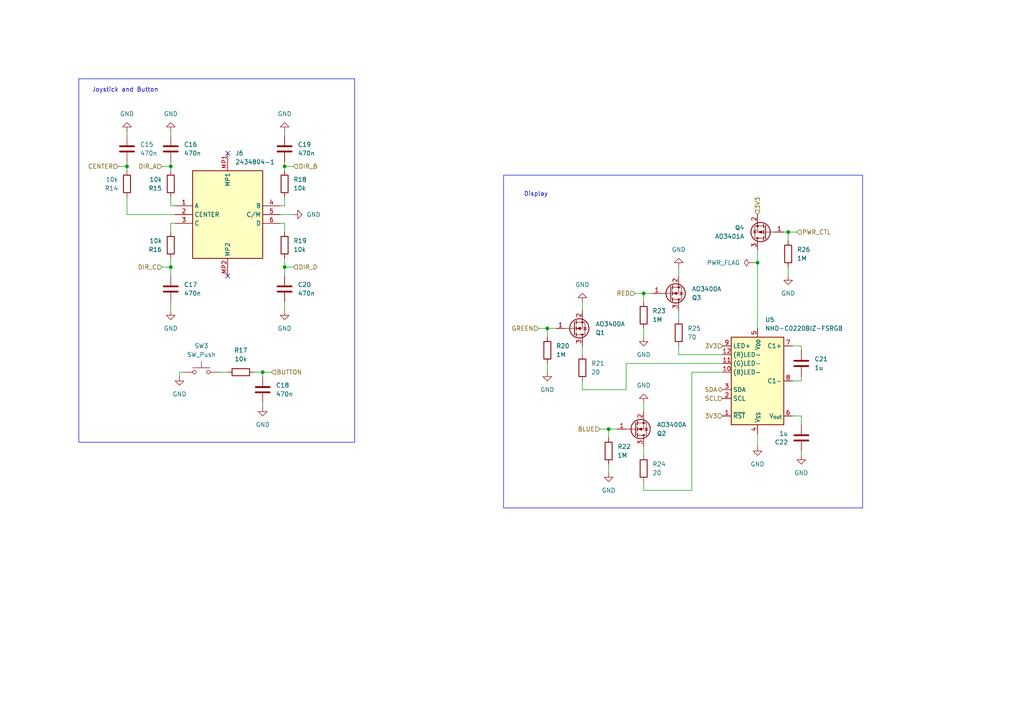
<source format=kicad_sch>
(kicad_sch (version 20250114) (generator "eeschema") (generator_version "9.0")
  (paper "A4")
  (lib_symbols
    (symbol "Device:C" (pin_numbers (hide yes)) (pin_names (offset 0.254))
      (property "Reference" "C" (at 0.635 2.54 0))
      (property "Value" "C" (at 0.635 -2.54 0))
      (symbol "C_0_1"
        (polyline (pts (xy -2.032 0.762) (xy 2.032 0.762)) (stroke (width 0.508)))
        (polyline (pts (xy -2.032 -0.762) (xy 2.032 -0.762)) (stroke (width 0.508)))
      )
      (symbol "C_1_1"
        (pin passive line (at 0 3.81 270) (length 2.794) (name "~") (number "1"))
        (pin passive line (at 0 -3.81 90) (length 2.794) (name "~") (number "2"))
      )
    )
    (symbol "Device:R" (pin_numbers (hide yes)) (pin_names (offset 0))
      (property "Reference" "R" (at 2.032 0 90))
      (property "Value" "R" (at 0 0 90))
      (symbol "R_0_1"
        (rectangle (start -1.016 -2.54) (end 1.016 2.54) (stroke (width 0.254)))
      )
      (symbol "R_1_1"
        (pin passive line (at 0 3.81 270) (length 1.27) (name "~") (number "1"))
        (pin passive line (at 0 -3.81 90) (length 1.27) (name "~") (number "2"))
      )
    )
    (symbol "Display_Character:NHD-C0220BIZ-FSRGB"
      (property "Reference" "U" (at -7.62 13.335 0))
      (property "Value" "NHD-C0220BIZ-FSRGB" (at 2.54 -13.97 0))
      (symbol "NHD-C0220BIZ-FSRGB_0_1"
        (rectangle (start -7.62 12.7) (end 7.62 -12.7) (stroke (width 0.254)) (fill (type background)))
      )
      (symbol "NHD-C0220BIZ-FSRGB_1_1"
        (pin passive line (at -10.16 10.16 0) (length 2.54) (name "LED+") (number "9"))
        (pin passive line (at -10.16 7.62 0) (length 2.54) (name "(R)LED-") (number "12"))
        (pin passive line (at -10.16 5.08 0) (length 2.54) (name "(G)LED-") (number "11"))
        (pin passive line (at -10.16 2.54 0) (length 2.54) (name "(B)LED-") (number "10"))
        (pin bidirectional line (at -10.16 -2.54 0) (length 2.54) (name "SDA") (number "3"))
        (pin input line (at -10.16 -5.08 0) (length 2.54) (name "SCL") (number "2"))
        (pin input line (at -10.16 -10.16 0) (length 2.54) (name "~{RST}") (number "1"))
        (pin power_in line (at 0 15.24 270) (length 2.54) (name "V_{DD}") (number "5"))
        (pin power_in line (at 0 -15.24 90) (length 2.54) (name "V_{SS}") (number "4"))
        (pin passive line (at 10.16 10.16 180) (length 2.54) (name "C1+") (number "7"))
        (pin passive line (at 10.16 0 180) (length 2.54) (name "C1-") (number "8"))
        (pin passive line (at 10.16 -10.16 180) (length 2.54) (name "V_{out}") (number "6"))
      )
    )
    (symbol "Project_Symbols:2434804-1"
      (property "Reference" "J" (at 26.67 15.24 0))
      (property "Value" "2434804-1" (at 26.67 12.7 0))
      (symbol "2434804-1_1_1"
        (rectangle (start 5.08 10.16) (end 25.4 -15.24) (stroke (width 0.254)) (fill (type background)))
        (pin passive line (at 0 0 0) (length 5.08) (name "A") (number "1"))
        (pin passive line (at 0 -2.54 0) (length 5.08) (name "CENTER") (number "2"))
        (pin passive line (at 0 -5.08 0) (length 5.08) (name "C") (number "3"))
        (pin passive line (at 15.24 15.24 270) (length 5.08) (name "MP1") (number "MP1"))
        (pin passive line (at 15.24 -20.32 90) (length 5.08) (name "MP2") (number "MP2"))
        (pin passive line (at 30.48 0 180) (length 5.08) (name "B") (number "4"))
        (pin passive line (at 30.48 -2.54 180) (length 5.08) (name "C/M") (number "5"))
        (pin passive line (at 30.48 -5.08 180) (length 5.08) (name "D") (number "6"))
      )
    )
    (symbol "Switch:SW_Push" (pin_numbers (hide yes)) (pin_names (offset 1.016) (hide yes))
      (property "Reference" "SW" (at 1.27 2.54 0))
      (property "Value" "SW_Push" (at 0 -1.524 0))
      (symbol "SW_Push_0_1"
        (circle (center -2.032 0) (radius 0.508))
        (polyline (pts (xy 0 1.27) (xy 0 3.048)))
        (circle (center 2.032 0) (radius 0.508))
        (polyline (pts (xy 2.54 1.27) (xy -2.54 1.27)))
        (pin passive line (at -5.08 0 0) (length 2.54) (name "1") (number "1"))
        (pin passive line (at 5.08 0 180) (length 2.54) (name "2") (number "2"))
      )
    )
    (symbol "Transistor_FET:AO3400A" (pin_names (hide yes))
      (property "Reference" "Q" (at 5.08 1.905 0))
      (property "Value" "AO3400A" (at 5.08 0 0))
      (symbol "AO3400A_0_1"
        (polyline (pts (xy 0.254 1.905) (xy 0.254 -1.905)) (stroke (width 0.254)))
        (polyline (pts (xy 0.254 0) (xy -2.54 0)))
        (polyline (pts (xy 0.762 2.286) (xy 0.762 1.27)) (stroke (width 0.254)))
        (polyline (pts (xy 0.762 0.508) (xy 0.762 -0.508)) (stroke (width 0.254)))
        (polyline (pts (xy 0.762 -1.27) (xy 0.762 -2.286)) (stroke (width 0.254)))
        (polyline (pts (xy 0.762 -1.778) (xy 3.302 -1.778) (xy 3.302 1.778) (xy 0.762 1.778)))
        (polyline (pts (xy 1.016 0) (xy 2.032 0.381) (xy 2.032 -0.381) (xy 1.016 0)) (fill (type outline)))
        (circle (center 1.651 0) (radius 2.794) (stroke (width 0.254)))
        (polyline (pts (xy 2.54 2.54) (xy 2.54 1.778)))
        (circle (center 2.54 1.778) (radius 0.254) (fill (type outline)))
        (circle (center 2.54 -1.778) (radius 0.254) (fill (type outline)))
        (polyline (pts (xy 2.54 -2.54) (xy 2.54 0) (xy 0.762 0)))
        (polyline (pts (xy 2.794 0.508) (xy 2.921 0.381) (xy 3.683 0.381) (xy 3.81 0.254)))
        (polyline (pts (xy 3.302 0.381) (xy 2.921 -0.254) (xy 3.683 -0.254) (xy 3.302 0.381)))
      )
      (symbol "AO3400A_1_1"
        (pin input line (at -5.08 0 0) (length 2.54) (name "G") (number "1"))
        (pin passive line (at 2.54 5.08 270) (length 2.54) (name "D") (number "3"))
        (pin passive line (at 2.54 -5.08 90) (length 2.54) (name "S") (number "2"))
      )
    )
    (symbol "Transistor_FET:AO3401A" (pin_names (hide yes))
      (property "Reference" "Q" (at 5.08 1.905 0))
      (property "Value" "AO3401A" (at 5.08 0 0))
      (symbol "AO3401A_0_1"
        (polyline (pts (xy 0.254 1.905) (xy 0.254 -1.905)) (stroke (width 0.254)))
        (polyline (pts (xy 0.254 0) (xy -2.54 0)))
        (polyline (pts (xy 0.762 2.286) (xy 0.762 1.27)) (stroke (width 0.254)))
        (polyline (pts (xy 0.762 1.778) (xy 3.302 1.778) (xy 3.302 -1.778) (xy 0.762 -1.778)))
        (polyline (pts (xy 0.762 0.508) (xy 0.762 -0.508)) (stroke (width 0.254)))
        (polyline (pts (xy 0.762 -1.27) (xy 0.762 -2.286)) (stroke (width 0.254)))
        (circle (center 1.651 0) (radius 2.794) (stroke (width 0.254)))
        (polyline (pts (xy 2.286 0) (xy 1.27 0.381) (xy 1.27 -0.381) (xy 2.286 0)) (fill (type outline)))
        (polyline (pts (xy 2.54 2.54) (xy 2.54 1.778)))
        (circle (center 2.54 1.778) (radius 0.254) (fill (type outline)))
        (circle (center 2.54 -1.778) (radius 0.254) (fill (type outline)))
        (polyline (pts (xy 2.54 -2.54) (xy 2.54 0) (xy 0.762 0)))
        (polyline (pts (xy 2.794 -0.508) (xy 2.921 -0.381) (xy 3.683 -0.381) (xy 3.81 -0.254)))
        (polyline (pts (xy 3.302 -0.381) (xy 2.921 0.254) (xy 3.683 0.254) (xy 3.302 -0.381)))
      )
      (symbol "AO3401A_1_1"
        (pin input line (at -5.08 0 0) (length 2.54) (name "G") (number "1"))
        (pin passive line (at 2.54 5.08 270) (length 2.54) (name "D") (number "3"))
        (pin passive line (at 2.54 -5.08 90) (length 2.54) (name "S") (number "2"))
      )
    )
    (symbol "power:GND" (power) (pin_numbers (hide yes)) (pin_names (offset 0) (hide yes))
      (property "Value" "GND" (at 0 -3.81 0))
      (symbol "GND_0_1"
        (polyline (pts (xy 0 0) (xy 0 -1.27) (xy 1.27 -1.27) (xy 0 -2.54) (xy -1.27 -1.27) (xy 0 -1.27)))
      )
      (symbol "GND_1_1"
        (pin power_in line (at 0 0 270) (length 0) (name "~") (number "1"))
      )
    )
    (symbol "power:PWR_FLAG" (power) (pin_numbers (hide yes)) (pin_names (offset 0) (hide yes))
      (property "Value" "PWR_FLAG" (at 0 3.81 0))
      (symbol "PWR_FLAG_0_0"
        (pin power_out line (at 0 0 90) (length 0) (name "~") (number "1"))
      )
      (symbol "PWR_FLAG_0_1"
        (polyline (pts (xy 0 0) (xy 0 1.27) (xy -1.016 1.905) (xy 0 2.54) (xy 1.016 1.905) (xy 0 1.27)))
      )
    )
  )
  (rectangle (start 146.05 50.8) (end 250.19 147.32))
  (rectangle (start 22.86 22.86) (end 102.87 128.27))
  (text "Display" (at 155.448 56.388 0) (effects (font (size 1.27 1.27))))
  (text "Joystick and Button" (at 36.322 26.162 0) (effects (font (size 1.27 1.27))))
  (junction (at 228.6 67.31))
  (junction (at 176.53 124.46))
  (junction (at 49.53 77.47))
  (junction (at 49.53 48.26))
  (junction (at 219.71 76.2))
  (junction (at 158.75 95.25))
  (junction (at 82.55 48.26))
  (junction (at 82.55 77.47))
  (junction (at 76.2 107.95))
  (junction (at 186.69 85.09))
  (junction (at 36.83 48.26))
  (no_connect (at 66.04 44.45))
  (no_connect (at 66.04 80.01))
  (wire (pts (xy 181.61 113.03) (xy 168.91 113.03)))
  (wire (pts (xy 196.85 102.87) (xy 209.55 102.87)))
  (wire (pts (xy 218.44 76.2) (xy 219.71 76.2)))
  (wire (pts (xy 49.53 59.69) (xy 50.8 59.69)))
  (wire (pts (xy 76.2 109.22) (xy 76.2 107.95)))
  (wire (pts (xy 82.55 48.26) (xy 85.09 48.26)))
  (wire (pts (xy 173.99 124.46) (xy 176.53 124.46)))
  (wire (pts (xy 82.55 64.77) (xy 82.55 67.31)))
  (wire (pts (xy 219.71 72.39) (xy 219.71 76.2)))
  (wire (pts (xy 196.85 100.33) (xy 196.85 102.87)))
  (wire (pts (xy 156.21 95.25) (xy 158.75 95.25)))
  (wire (pts (xy 229.87 120.65) (xy 232.41 120.65)))
  (wire (pts (xy 49.53 74.93) (xy 49.53 77.47)))
  (wire (pts (xy 36.83 48.26) (xy 36.83 49.53)))
  (wire (pts (xy 49.53 46.99) (xy 49.53 48.26)))
  (wire (pts (xy 232.41 110.49) (xy 232.41 109.22)))
  (wire (pts (xy 49.53 87.63) (xy 49.53 90.17)))
  (wire (pts (xy 53.34 107.95) (xy 52.07 107.95)))
  (wire (pts (xy 82.55 38.1) (xy 82.55 39.37)))
  (wire (pts (xy 36.83 62.23) (xy 36.83 57.15)))
  (wire (pts (xy 82.55 77.47) (xy 85.09 77.47)))
  (wire (pts (xy 232.41 100.33) (xy 232.41 101.6)))
  (wire (pts (xy 209.55 107.95) (xy 200.66 107.95)))
  (wire (pts (xy 76.2 107.95) (xy 78.74 107.95)))
  (wire (pts (xy 196.85 90.17) (xy 196.85 92.71)))
  (wire (pts (xy 186.69 129.54) (xy 186.69 132.08)))
  (wire (pts (xy 200.66 107.95) (xy 200.66 142.24)))
  (wire (pts (xy 81.28 62.23) (xy 85.09 62.23)))
  (wire (pts (xy 229.87 110.49) (xy 232.41 110.49)))
  (wire (pts (xy 158.75 95.25) (xy 161.29 95.25)))
  (wire (pts (xy 81.28 64.77) (xy 82.55 64.77)))
  (wire (pts (xy 52.07 107.95) (xy 52.07 109.22)))
  (wire (pts (xy 82.55 59.69) (xy 82.55 57.15)))
  (wire (pts (xy 82.55 48.26) (xy 82.55 49.53)))
  (wire (pts (xy 228.6 67.31) (xy 231.14 67.31)))
  (wire (pts (xy 168.91 87.63) (xy 168.91 90.17)))
  (wire (pts (xy 82.55 46.99) (xy 82.55 48.26)))
  (wire (pts (xy 49.53 67.31) (xy 49.53 64.77)))
  (wire (pts (xy 219.71 125.73) (xy 219.71 129.54)))
  (wire (pts (xy 184.15 85.09) (xy 186.69 85.09)))
  (wire (pts (xy 36.83 46.99) (xy 36.83 48.26)))
  (wire (pts (xy 76.2 116.84) (xy 76.2 118.11)))
  (wire (pts (xy 49.53 77.47) (xy 49.53 80.01)))
  (wire (pts (xy 34.29 48.26) (xy 36.83 48.26)))
  (wire (pts (xy 227.33 67.31) (xy 228.6 67.31)))
  (wire (pts (xy 200.66 142.24) (xy 186.69 142.24)))
  (wire (pts (xy 229.87 100.33) (xy 232.41 100.33)))
  (wire (pts (xy 46.99 77.47) (xy 49.53 77.47)))
  (wire (pts (xy 49.53 38.1) (xy 49.53 39.37)))
  (wire (pts (xy 228.6 80.01) (xy 228.6 77.47)))
  (wire (pts (xy 158.75 95.25) (xy 158.75 97.79)))
  (wire (pts (xy 82.55 77.47) (xy 82.55 80.01)))
  (wire (pts (xy 82.55 59.69) (xy 81.28 59.69)))
  (wire (pts (xy 196.85 77.47) (xy 196.85 80.01)))
  (wire (pts (xy 82.55 87.63) (xy 82.55 90.17)))
  (wire (pts (xy 168.91 100.33) (xy 168.91 102.87)))
  (wire (pts (xy 49.53 48.26) (xy 49.53 49.53)))
  (wire (pts (xy 186.69 85.09) (xy 186.69 87.63)))
  (wire (pts (xy 219.71 76.2) (xy 219.71 95.25)))
  (wire (pts (xy 82.55 74.93) (xy 82.55 77.47)))
  (wire (pts (xy 46.99 48.26) (xy 49.53 48.26)))
  (wire (pts (xy 232.41 130.81) (xy 232.41 132.08)))
  (wire (pts (xy 186.69 116.84) (xy 186.69 119.38)))
  (wire (pts (xy 176.53 124.46) (xy 179.07 124.46)))
  (wire (pts (xy 228.6 67.31) (xy 228.6 69.85)))
  (wire (pts (xy 73.66 107.95) (xy 76.2 107.95)))
  (wire (pts (xy 186.69 85.09) (xy 189.23 85.09)))
  (wire (pts (xy 176.53 134.62) (xy 176.53 137.16)))
  (wire (pts (xy 186.69 139.7) (xy 186.69 142.24)))
  (wire (pts (xy 63.5 107.95) (xy 66.04 107.95)))
  (wire (pts (xy 49.53 64.77) (xy 50.8 64.77)))
  (wire (pts (xy 158.75 105.41) (xy 158.75 107.95)))
  (wire (pts (xy 36.83 38.1) (xy 36.83 39.37)))
  (wire (pts (xy 49.53 59.69) (xy 49.53 57.15)))
  (wire (pts (xy 181.61 105.41) (xy 181.61 113.03)))
  (wire (pts (xy 209.55 105.41) (xy 181.61 105.41)))
  (wire (pts (xy 168.91 110.49) (xy 168.91 113.03)))
  (wire (pts (xy 176.53 124.46) (xy 176.53 127)))
  (wire (pts (xy 232.41 120.65) (xy 232.41 123.19)))
  (wire (pts (xy 186.69 95.25) (xy 186.69 97.79)))
  (wire (pts (xy 50.8 62.23) (xy 36.83 62.23)))
  (hierarchical_label "BUTTON" (shape input) (at 78.74 107.95 0))
  (hierarchical_label "DIR_B" (shape input) (at 85.09 48.26 0))
  (hierarchical_label "DIR_C" (shape input) (at 46.99 77.47 180))
  (hierarchical_label "3V3" (shape input) (at 209.55 100.33 180))
  (hierarchical_label "DIR_D" (shape input) (at 85.09 77.47 0))
  (hierarchical_label "RED" (shape input) (at 184.15 85.09 180))
  (hierarchical_label "BLUE" (shape input) (at 173.99 124.46 180))
  (hierarchical_label "SCL" (shape input) (at 209.55 115.57 180))
  (hierarchical_label "PWR_CTL" (shape input) (at 231.14 67.31 0))
  (hierarchical_label "CENTER" (shape input) (at 34.29 48.26 180))
  (hierarchical_label "GREEN" (shape input) (at 156.21 95.25 180))
  (hierarchical_label "3V3" (shape input) (at 209.55 120.65 180))
  (hierarchical_label "SDA" (shape bidirectional) (at 209.55 113.03 180))
  (hierarchical_label "DIR_A" (shape input) (at 46.99 48.26 180))
  (hierarchical_label "3V3" (shape input) (at 219.71 62.23 90))
  (symbol (lib_id "Device:R") (at 186.69 91.44 0) (unit 1)
    (property "Reference" "R23" (at 189.23 90.1699 0) (effects (justify left)))
    (property "Value" "1M" (at 189.23 92.7099 0) (effects (justify left)))
    (property "Footprint" "Resistor_SMD:R_0402_1005Metric" (effects (hide yes)))
    (property "Description" "Resistor" (effects (hide yes)))
    (property "JLCPCB" "C26083" (effects (hide yes)))
  )
  (symbol (lib_id "power:GND") (at 82.55 90.17 0) (unit 1)
    (property "Reference" "#PWR35" (effects (hide yes)))
    (property "Value" "GND" (at 82.55 95.25 0))
    (property "Description" "Power symbol creates a global label with name \"GND\" , ground" (effects (hide yes)))
  )
  (symbol (lib_id "Device:C") (at 232.41 105.41 0) (unit 1)
    (property "Reference" "C21" (at 236.22 104.1399 0) (effects (justify left)))
    (property "Value" "1u" (at 236.22 106.6799 0) (effects (justify left)))
    (property "Footprint" "Capacitor_SMD:C_0402_1005Metric" (effects (hide yes)))
    (property "Description" "Unpolarized capacitor" (effects (hide yes)))
    (property "JLCPCB" "C52923" (effects (hide yes)))
  )
  (symbol (lib_id "power:GND") (at 176.53 137.16 0) (unit 1)
    (property "Reference" "#PWR39" (effects (hide yes)))
    (property "Value" "GND" (at 176.53 142.24 0))
    (property "Description" "Power symbol creates a global label with name \"GND\" , ground" (effects (hide yes)))
  )
  (symbol (lib_id "power:GND") (at 232.41 132.08 0) (unit 1)
    (property "Reference" "#PWR45" (effects (hide yes)))
    (property "Value" "GND" (at 232.41 137.16 0))
    (property "Description" "Power symbol creates a global label with name \"GND\" , ground" (effects (hide yes)))
  )
  (symbol (lib_id "Device:C") (at 49.53 43.18 180) (unit 1)
    (property "Reference" "C16" (at 53.34 41.9099 0) (effects (justify right)))
    (property "Value" "470n" (at 53.34 44.4499 0) (effects (justify right)))
    (property "Footprint" "Capacitor_SMD:C_0402_1005Metric" (effects (hide yes)))
    (property "Description" "Unpolarized capacitor" (effects (hide yes)))
    (property "JLCPCB" "C47339" (effects (hide yes)))
  )
  (symbol (lib_id "Display_Character:NHD-C0220BIZ-FSRGB") (at 219.71 110.49 0) (unit 1)
    (property "Reference" "U5" (at 221.9041 92.71 0) (effects (justify left)))
    (property "Value" "NHD-C0220BIZ-FSRGB" (at 221.9041 95.25 0) (effects (justify left)))
    (property "Footprint" "Project_Footprints:NHD-C0220BiZ-FSRGB_no_mount" (effects (hide yes)))
    (property "Datasheet" "https://newhavendisplay.com/content/specs/NHD-C0220BiZ-FSRGB-FBW-3VM.pdf" (effects (hide yes)))
    (property "Description" "2x20 character LCD module with common anode RGB backlight, I2C, 3.3V" (effects (hide yes)))
  )
  (symbol (lib_id "Transistor_FET:AO3400A") (at 166.37 95.25 0) (mirror x) (unit 1)
    (property "Reference" "Q1" (at 172.72 96.5201 0) (effects (justify left)))
    (property "Value" "AO3400A" (at 172.72 93.9801 0) (effects (justify left)))
    (property "Footprint" "Package_TO_SOT_SMD:SOT-23" (effects (hide yes)))
    (property "Datasheet" "http://www.aosmd.com/pdfs/datasheet/AO3400A.pdf" (effects (hide yes)))
    (property "Description" "30V Vds, 5.7A Id, N-Channel MOSFET, SOT-23" (effects (hide yes)))
    (property "JLCPCB" "C22469448" (effects (hide yes)))
  )
  (symbol (lib_id "Device:R") (at 36.83 53.34 0) (unit 1)
    (property "Reference" "R14" (at 34.29 54.6101 0) (effects (justify right)))
    (property "Value" "10k" (at 34.29 52.0701 0) (effects (justify right)))
    (property "Footprint" "Resistor_SMD:R_0402_1005Metric" (effects (hide yes)))
    (property "Description" "Resistor" (effects (hide yes)))
    (property "JLCPCB" "C25744" (effects (hide yes)))
  )
  (symbol (lib_id "power:GND") (at 196.85 77.47 180) (unit 1)
    (property "Reference" "#PWR42" (effects (hide yes)))
    (property "Value" "GND" (at 196.85 72.39 0))
    (property "Description" "Power symbol creates a global label with name \"GND\" , ground" (effects (hide yes)))
  )
  (symbol (lib_id "Device:R") (at 168.91 106.68 0) (unit 1)
    (property "Reference" "R21" (at 171.45 105.4099 0) (effects (justify left)))
    (property "Value" "20" (at 171.45 107.9499 0) (effects (justify left)))
    (property "Footprint" "Resistor_SMD:R_0402_1005Metric" (effects (hide yes)))
    (property "Description" "Resistor" (effects (hide yes)))
    (property "JLCPCB" "C25092" (effects (hide yes)))
  )
  (symbol (lib_id "Device:R") (at 186.69 135.89 0) (unit 1)
    (property "Reference" "R24" (at 189.23 134.6199 0) (effects (justify left)))
    (property "Value" "20" (at 189.23 137.1599 0) (effects (justify left)))
    (property "Footprint" "Resistor_SMD:R_0402_1005Metric" (effects (hide yes)))
    (property "Description" "Resistor" (effects (hide yes)))
    (property "JLCPCB" "C25092" (effects (hide yes)))
  )
  (symbol (lib_id "Device:R") (at 176.53 130.81 0) (unit 1)
    (property "Reference" "R22" (at 179.07 129.5399 0) (effects (justify left)))
    (property "Value" "1M" (at 179.07 132.0799 0) (effects (justify left)))
    (property "Footprint" "Resistor_SMD:R_0402_1005Metric" (effects (hide yes)))
    (property "Description" "Resistor" (effects (hide yes)))
    (property "JLCPCB" "C26083" (effects (hide yes)))
  )
  (symbol (lib_id "power:GND") (at 52.07 109.22 0) (unit 1)
    (property "Reference" "#PWR32" (effects (hide yes)))
    (property "Value" "GND" (at 52.07 114.3 0))
    (property "Description" "Power symbol creates a global label with name \"GND\" , ground" (effects (hide yes)))
  )
  (symbol (lib_id "Device:R") (at 158.75 101.6 0) (unit 1)
    (property "Reference" "R20" (at 161.29 100.3299 0) (effects (justify left)))
    (property "Value" "1M" (at 161.29 102.8699 0) (effects (justify left)))
    (property "Footprint" "Resistor_SMD:R_0402_1005Metric" (effects (hide yes)))
    (property "Description" "Resistor" (effects (hide yes)))
    (property "JLCPCB" "C26083" (effects (hide yes)))
  )
  (symbol (lib_id "Device:R") (at 49.53 53.34 0) (unit 1)
    (property "Reference" "R15" (at 46.99 54.6101 0) (effects (justify right)))
    (property "Value" "10k" (at 46.99 52.0701 0) (effects (justify right)))
    (property "Footprint" "Resistor_SMD:R_0402_1005Metric" (effects (hide yes)))
    (property "Description" "Resistor" (effects (hide yes)))
    (property "JLCPCB" "C25744" (effects (hide yes)))
  )
  (symbol (lib_id "power:GND") (at 82.55 38.1 180) (unit 1)
    (property "Reference" "#PWR34" (effects (hide yes)))
    (property "Value" "GND" (at 82.55 33.02 0))
    (property "Description" "Power symbol creates a global label with name \"GND\" , ground" (effects (hide yes)))
  )
  (symbol (lib_id "power:GND") (at 158.75 107.95 0) (unit 1)
    (property "Reference" "#PWR37" (effects (hide yes)))
    (property "Value" "GND" (at 158.75 113.03 0))
    (property "Description" "Power symbol creates a global label with name \"GND\" , ground" (effects (hide yes)))
  )
  (symbol (lib_id "Device:C") (at 82.55 43.18 180) (unit 1)
    (property "Reference" "C19" (at 86.36 41.9099 0) (effects (justify right)))
    (property "Value" "470n" (at 86.36 44.4499 0) (effects (justify right)))
    (property "Footprint" "Capacitor_SMD:C_0402_1005Metric" (effects (hide yes)))
    (property "Description" "Unpolarized capacitor" (effects (hide yes)))
    (property "JLCPCB" "C47339" (effects (hide yes)))
  )
  (symbol (lib_id "Device:R") (at 196.85 96.52 0) (unit 1)
    (property "Reference" "R25" (at 199.39 95.2499 0) (effects (justify left)))
    (property "Value" "70" (at 199.39 97.7899 0) (effects (justify left)))
    (property "Footprint" "Resistor_SMD:R_0402_1005Metric" (effects (hide yes)))
    (property "Description" "Resistor" (effects (hide yes)))
    (property "JLCPCB" "C25133" (effects (hide yes)))
  )
  (symbol (lib_id "power:GND") (at 186.69 116.84 180) (unit 1)
    (property "Reference" "#PWR41" (effects (hide yes)))
    (property "Value" "GND" (at 186.69 111.76 0))
    (property "Description" "Power symbol creates a global label with name \"GND\" , ground" (effects (hide yes)))
  )
  (symbol (lib_id "power:GND") (at 228.6 80.01 0) (unit 1)
    (property "Reference" "#PWR44" (effects (hide yes)))
    (property "Value" "GND" (at 228.6 85.09 0))
    (property "Description" "Power symbol creates a global label with name \"GND\" , ground" (effects (hide yes)))
  )
  (symbol (lib_id "Transistor_FET:AO3400A") (at 194.31 85.09 0) (mirror x) (unit 1)
    (property "Reference" "Q3" (at 200.66 86.3601 0) (effects (justify left)))
    (property "Value" "AO3400A" (at 200.66 83.8201 0) (effects (justify left)))
    (property "Footprint" "Package_TO_SOT_SMD:SOT-23" (effects (hide yes)))
    (property "Datasheet" "http://www.aosmd.com/pdfs/datasheet/AO3400A.pdf" (effects (hide yes)))
    (property "Description" "30V Vds, 5.7A Id, N-Channel MOSFET, SOT-23" (effects (hide yes)))
    (property "JLCPCB" "C22469448" (effects (hide yes)))
  )
  (symbol (lib_id "power:GND") (at 85.09 62.23 90) (unit 1)
    (property "Reference" "#PWR36" (effects (hide yes)))
    (property "Value" "GND" (at 88.9 62.2299 90) (effects (justify right)))
    (property "Description" "Power symbol creates a global label with name \"GND\" , ground" (effects (hide yes)))
  )
  (symbol (lib_id "power:GND") (at 186.69 97.79 0) (unit 1)
    (property "Reference" "#PWR40" (effects (hide yes)))
    (property "Value" "GND" (at 186.69 102.87 0))
    (property "Description" "Power symbol creates a global label with name \"GND\" , ground" (effects (hide yes)))
  )
  (symbol (lib_id "power:GND") (at 36.83 38.1 180) (unit 1)
    (property "Reference" "#PWR29" (effects (hide yes)))
    (property "Value" "GND" (at 36.83 33.02 0))
    (property "Description" "Power symbol creates a global label with name \"GND\" , ground" (effects (hide yes)))
  )
  (symbol (lib_id "Switch:SW_Push") (at 58.42 107.95 0) (mirror y) (unit 1)
    (property "Reference" "SW3" (at 58.42 100.33 0))
    (property "Value" "SW_Push" (at 58.42 102.87 0))
    (property "Footprint" "Button_Switch_SMD:SW_SPST_PTS810" (effects (hide yes)))
    (property "Description" "Push button switch, generic, two pins" (effects (hide yes)))
  )
  (symbol (lib_id "Device:R") (at 228.6 73.66 180) (unit 1)
    (property "Reference" "R26" (at 231.14 72.3899 0) (effects (justify right)))
    (property "Value" "1M" (at 231.14 74.9299 0) (effects (justify right)))
    (property "Footprint" "Resistor_SMD:R_0402_1005Metric" (effects (hide yes)))
    (property "Description" "Resistor" (effects (hide yes)))
    (property "JLCPCB" "C26083" (effects (hide yes)))
  )
  (symbol (lib_id "Device:R") (at 82.55 71.12 180) (unit 1)
    (property "Reference" "R19" (at 85.09 69.8499 0) (effects (justify right)))
    (property "Value" "10k" (at 85.09 72.3899 0) (effects (justify right)))
    (property "Footprint" "Resistor_SMD:R_0402_1005Metric" (effects (hide yes)))
    (property "Description" "Resistor" (effects (hide yes)))
    (property "JLCPCB" "C25744" (effects (hide yes)))
  )
  (symbol (lib_id "power:GND") (at 49.53 38.1 180) (unit 1)
    (property "Reference" "#PWR30" (effects (hide yes)))
    (property "Value" "GND" (at 49.53 33.02 0))
    (property "Description" "Power symbol creates a global label with name \"GND\" , ground" (effects (hide yes)))
  )
  (symbol (lib_id "Device:R") (at 49.53 71.12 0) (unit 1)
    (property "Reference" "R16" (at 46.99 72.3901 0) (effects (justify right)))
    (property "Value" "10k" (at 46.99 69.8501 0) (effects (justify right)))
    (property "Footprint" "Resistor_SMD:R_0402_1005Metric" (effects (hide yes)))
    (property "Description" "Resistor" (effects (hide yes)))
    (property "JLCPCB" "C25744" (effects (hide yes)))
  )
  (symbol (lib_id "Device:C") (at 76.2 113.03 0) (unit 1)
    (property "Reference" "C18" (at 80.01 111.7599 0) (effects (justify left)))
    (property "Value" "470n" (at 80.01 114.2999 0) (effects (justify left)))
    (property "Footprint" "Capacitor_SMD:C_0402_1005Metric" (effects (hide yes)))
    (property "Description" "Unpolarized capacitor" (effects (hide yes)))
    (property "JLCPCB" "C47339" (effects (hide yes)))
  )
  (symbol (lib_id "Project_Symbols:2434804-1") (at 50.8 59.69 0) (unit 1)
    (property "Reference" "J6" (at 68.2341 44.45 0) (effects (justify left)))
    (property "Value" "2434804-1" (at 68.2341 46.99 0) (effects (justify left)))
    (property "Footprint" "Project_Footprints:TE_24348041" (effects (hide yes)))
    (property "Datasheet" "https://www.te.com/commerce/DocumentDelivery/DDEController?Action=srchrtrv&DocNm=alcoswitch-tactile-switches&DocType=Data%20Sheet&DocLang=English&PartCntxt=2434804-1&DocFormat=pdf" (effects (hide yes)))
    (property "Description" "Body Features: Actuator Color Black | Actuator Force 8.46  12.7 OZ | Actuator Force 240  360 G | Case Color Black | Actuator Material PPA | Cover Material Stainless Steel | Actuator Profile Extended | Product Orientation Vertical | Case Material Stainless Steel | Configuration Features: Number of Actuators Single | Configuration (Pole-Throw) Single Pole - Five Throw | Switch Feedback Type Tactile | ESD Grounding Terminal Without | Ganged With | Support Bracket Without | Operating Function NO | Contact" (effects (hide yes)))
    (property "Height" "5.7" (effects (hide yes)))
    (property "Manufacturer_Name" "TE Connectivity" (effects (hide yes)))
    (property "Manufacturer_Part_Number" "2434804-1" (effects (hide yes)))
  )
  (symbol (lib_id "Device:C") (at 232.41 127 180) (unit 1)
    (property "Reference" "C22" (at 228.6 128.2701 0) (effects (justify left)))
    (property "Value" "1u" (at 228.6 125.7301 0) (effects (justify left)))
    (property "Footprint" "Capacitor_SMD:C_0402_1005Metric" (effects (hide yes)))
    (property "Description" "Unpolarized capacitor" (effects (hide yes)))
    (property "JLCPCB" "C52923" (effects (hide yes)))
  )
  (symbol (lib_id "Device:C") (at 36.83 43.18 180) (unit 1)
    (property "Reference" "C15" (at 40.64 41.9099 0) (effects (justify right)))
    (property "Value" "470n" (at 40.64 44.4499 0) (effects (justify right)))
    (property "Footprint" "Capacitor_SMD:C_0402_1005Metric" (effects (hide yes)))
    (property "Description" "Unpolarized capacitor" (effects (hide yes)))
    (property "JLCPCB" "C47339" (effects (hide yes)))
  )
  (symbol (lib_id "Device:R") (at 82.55 53.34 0) (unit 1)
    (property "Reference" "R18" (at 85.09 52.0699 0) (effects (justify left)))
    (property "Value" "10k" (at 85.09 54.6099 0) (effects (justify left)))
    (property "Footprint" "Resistor_SMD:R_0402_1005Metric" (effects (hide yes)))
    (property "Description" "Resistor" (effects (hide yes)))
    (property "JLCPCB" "C25744" (effects (hide yes)))
  )
  (symbol (lib_id "power:PWR_FLAG") (at 218.44 76.2 90) (unit 1)
    (property "Reference" "#FLG4" (effects (hide yes)))
    (property "Value" "PWR_FLAG" (at 214.63 76.1999 90) (effects (justify left)))
    (property "Description" "Special symbol for telling ERC where power comes from" (effects (hide yes)))
  )
  (symbol (lib_id "Transistor_FET:AO3401A") (at 222.25 67.31 180) (unit 1)
    (property "Reference" "Q4" (at 215.9 66.0399 0) (effects (justify left)))
    (property "Value" "AO3401A" (at 215.9 68.5799 0) (effects (justify left)))
    (property "Footprint" "Package_TO_SOT_SMD:SOT-23" (effects (hide yes)))
    (property "Datasheet" "http://www.aosmd.com/pdfs/datasheet/AO3401A.pdf" (effects (hide yes)))
    (property "Description" "-4.0A Id, -30V Vds, P-Channel MOSFET, SOT-23" (effects (hide yes)))
    (property "JLCPCB" "C28646269" (effects (hide yes)))
  )
  (symbol (lib_id "power:GND") (at 219.71 129.54 0) (unit 1)
    (property "Reference" "#PWR43" (effects (hide yes)))
    (property "Value" "GND" (at 219.71 134.62 0))
    (property "Description" "Power symbol creates a global label with name \"GND\" , ground" (effects (hide yes)))
  )
  (symbol (lib_id "Transistor_FET:AO3400A") (at 184.15 124.46 0) (mirror x) (unit 1)
    (property "Reference" "Q2" (at 190.5 125.7301 0) (effects (justify left)))
    (property "Value" "AO3400A" (at 190.5 123.1901 0) (effects (justify left)))
    (property "Footprint" "Package_TO_SOT_SMD:SOT-23" (effects (hide yes)))
    (property "Datasheet" "http://www.aosmd.com/pdfs/datasheet/AO3400A.pdf" (effects (hide yes)))
    (property "Description" "30V Vds, 5.7A Id, N-Channel MOSFET, SOT-23" (effects (hide yes)))
    (property "JLCPCB" "C22469448" (effects (hide yes)))
  )
  (symbol (lib_id "power:GND") (at 76.2 118.11 0) (unit 1)
    (property "Reference" "#PWR33" (effects (hide yes)))
    (property "Value" "GND" (at 76.2 123.19 0))
    (property "Description" "Power symbol creates a global label with name \"GND\" , ground" (effects (hide yes)))
  )
  (symbol (lib_id "power:GND") (at 168.91 87.63 180) (unit 1)
    (property "Reference" "#PWR38" (effects (hide yes)))
    (property "Value" "GND" (at 168.91 82.55 0))
    (property "Description" "Power symbol creates a global label with name \"GND\" , ground" (effects (hide yes)))
  )
  (symbol (lib_id "Device:C") (at 49.53 83.82 180) (unit 1)
    (property "Reference" "C17" (at 53.34 82.5499 0) (effects (justify right)))
    (property "Value" "470n" (at 53.34 85.0899 0) (effects (justify right)))
    (property "Footprint" "Capacitor_SMD:C_0402_1005Metric" (effects (hide yes)))
    (property "Description" "Unpolarized capacitor" (effects (hide yes)))
    (property "JLCPCB" "C47339" (effects (hide yes)))
  )
  (symbol (lib_id "Device:R") (at 69.85 107.95 90) (unit 1)
    (property "Reference" "R17" (at 69.85 101.6 90))
    (property "Value" "10k" (at 69.85 104.14 90))
    (property "Footprint" "Resistor_SMD:R_0402_1005Metric" (effects (hide yes)))
    (property "Description" "Resistor" (effects (hide yes)))
    (property "JLCPCB" "C25744" (effects (hide yes)))
  )
  (symbol (lib_id "Device:C") (at 82.55 83.82 180) (unit 1)
    (property "Reference" "C20" (at 86.36 82.5499 0) (effects (justify right)))
    (property "Value" "470n" (at 86.36 85.0899 0) (effects (justify right)))
    (property "Footprint" "Capacitor_SMD:C_0402_1005Metric" (effects (hide yes)))
    (property "Description" "Unpolarized capacitor" (effects (hide yes)))
    (property "JLCPCB" "C47339" (effects (hide yes)))
  )
  (symbol (lib_id "power:GND") (at 49.53 90.17 0) (unit 1)
    (property "Reference" "#PWR31" (effects (hide yes)))
    (property "Value" "GND" (at 49.53 95.25 0))
    (property "Description" "Power symbol creates a global label with name \"GND\" , ground" (effects (hide yes)))
  )
)
</source>
